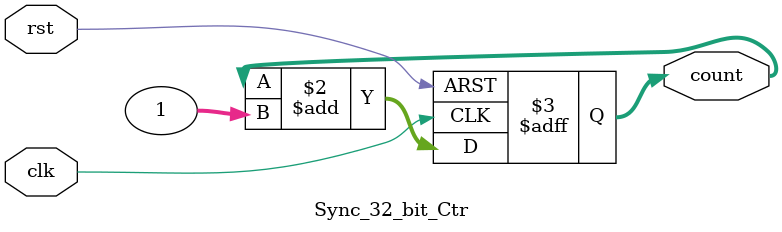
<source format=v>
`timescale 1ns / 1ps


module Sync_32_bit_Ctr
        //#(parameter N=32)
        (output reg [32-1:0]count,
        input clk,
        input rst);
 //reg count;
 
 always @(posedge clk or posedge rst)
 begin
 if(rst)
 count<=0;
 else
 count<=count+1;
 end

endmodule

</source>
